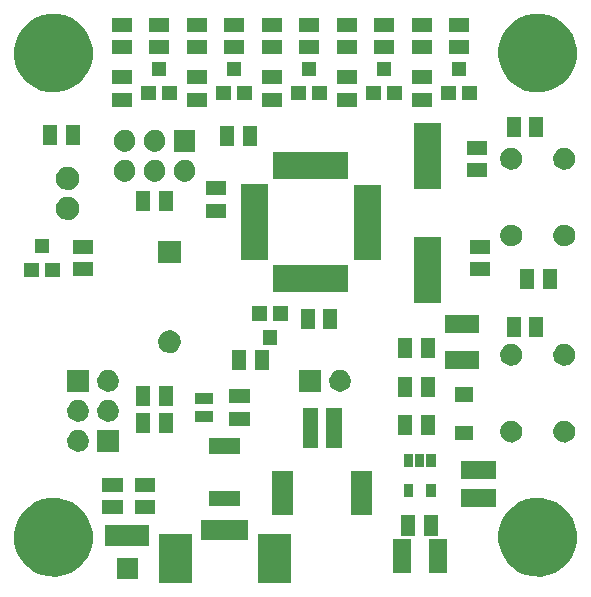
<source format=gts>
G04 (created by PCBNEW (2013-04-19 BZR 4011)-stable) date 22/12/2014 13:34:30*
%MOIN*%
G04 Gerber Fmt 3.4, Leading zero omitted, Abs format*
%FSLAX34Y34*%
G01*
G70*
G90*
G04 APERTURE LIST*
%ADD10C,0*%
G04 APERTURE END LIST*
G54D10*
G36*
X22740Y-24790D02*
X22259Y-24790D01*
X22259Y-24309D01*
X22740Y-24309D01*
X22740Y-24790D01*
X22740Y-24790D01*
G37*
G36*
X23090Y-23990D02*
X22609Y-23990D01*
X22609Y-23509D01*
X23090Y-23509D01*
X23090Y-23990D01*
X23090Y-23990D01*
G37*
G36*
X23360Y-20385D02*
X22889Y-20385D01*
X22889Y-19714D01*
X23360Y-19714D01*
X23360Y-20385D01*
X23360Y-20385D01*
G37*
G36*
X23440Y-24790D02*
X22959Y-24790D01*
X22959Y-24309D01*
X23440Y-24309D01*
X23440Y-24790D01*
X23440Y-24790D01*
G37*
G36*
X24090Y-21463D02*
X24089Y-21547D01*
X24071Y-21625D01*
X24041Y-21692D01*
X23995Y-21757D01*
X23942Y-21808D01*
X23875Y-21850D01*
X23806Y-21877D01*
X23728Y-21891D01*
X23655Y-21889D01*
X23577Y-21872D01*
X23510Y-21843D01*
X23444Y-21797D01*
X23393Y-21744D01*
X23350Y-21677D01*
X23323Y-21609D01*
X23309Y-21531D01*
X23310Y-21457D01*
X23326Y-21379D01*
X23355Y-21312D01*
X23400Y-21246D01*
X23452Y-21195D01*
X23519Y-21151D01*
X23587Y-21124D01*
X23666Y-21109D01*
X23739Y-21109D01*
X23817Y-21126D01*
X23884Y-21154D01*
X23951Y-21199D01*
X24002Y-21250D01*
X24047Y-21317D01*
X24074Y-21384D01*
X24090Y-21463D01*
X24090Y-21463D01*
G37*
G36*
X24090Y-22463D02*
X24089Y-22547D01*
X24071Y-22625D01*
X24041Y-22692D01*
X23995Y-22757D01*
X23942Y-22808D01*
X23875Y-22850D01*
X23806Y-22877D01*
X23728Y-22891D01*
X23655Y-22889D01*
X23577Y-22872D01*
X23510Y-22843D01*
X23444Y-22797D01*
X23393Y-22744D01*
X23350Y-22677D01*
X23323Y-22609D01*
X23309Y-22531D01*
X23310Y-22457D01*
X23326Y-22379D01*
X23355Y-22312D01*
X23400Y-22246D01*
X23452Y-22195D01*
X23519Y-22151D01*
X23587Y-22124D01*
X23666Y-22109D01*
X23739Y-22109D01*
X23817Y-22126D01*
X23884Y-22154D01*
X23951Y-22199D01*
X24002Y-22250D01*
X24047Y-22317D01*
X24074Y-22384D01*
X24090Y-22463D01*
X24090Y-22463D01*
G37*
G36*
X24110Y-20385D02*
X23639Y-20385D01*
X23639Y-19714D01*
X24110Y-19714D01*
X24110Y-20385D01*
X24110Y-20385D01*
G37*
G36*
X24410Y-29216D02*
X24409Y-29293D01*
X24392Y-29365D01*
X24365Y-29427D01*
X24322Y-29487D01*
X24273Y-29534D01*
X24211Y-29573D01*
X24148Y-29598D01*
X24076Y-29610D01*
X24008Y-29609D01*
X23936Y-29593D01*
X23874Y-29566D01*
X23814Y-29524D01*
X23767Y-29476D01*
X23727Y-29413D01*
X23702Y-29351D01*
X23689Y-29278D01*
X23690Y-29211D01*
X23705Y-29138D01*
X23732Y-29077D01*
X23773Y-29016D01*
X23821Y-28969D01*
X23883Y-28928D01*
X23946Y-28903D01*
X24019Y-28889D01*
X24086Y-28889D01*
X24158Y-28904D01*
X24220Y-28930D01*
X24282Y-28972D01*
X24329Y-29019D01*
X24370Y-29081D01*
X24395Y-29143D01*
X24410Y-29216D01*
X24410Y-29216D01*
G37*
G36*
X24410Y-30216D02*
X24409Y-30293D01*
X24392Y-30365D01*
X24365Y-30427D01*
X24322Y-30487D01*
X24273Y-30534D01*
X24211Y-30573D01*
X24148Y-30598D01*
X24076Y-30610D01*
X24008Y-30609D01*
X23936Y-30593D01*
X23874Y-30566D01*
X23814Y-30524D01*
X23767Y-30476D01*
X23727Y-30413D01*
X23702Y-30351D01*
X23689Y-30278D01*
X23690Y-30211D01*
X23705Y-30138D01*
X23732Y-30077D01*
X23773Y-30016D01*
X23821Y-29969D01*
X23883Y-29928D01*
X23946Y-29903D01*
X24019Y-29889D01*
X24086Y-29889D01*
X24158Y-29904D01*
X24220Y-29930D01*
X24282Y-29972D01*
X24329Y-30019D01*
X24370Y-30081D01*
X24395Y-30143D01*
X24410Y-30216D01*
X24410Y-30216D01*
G37*
G36*
X24410Y-28610D02*
X23689Y-28610D01*
X23689Y-27889D01*
X24410Y-27889D01*
X24410Y-28610D01*
X24410Y-28610D01*
G37*
G36*
X24535Y-24010D02*
X23864Y-24010D01*
X23864Y-23539D01*
X24535Y-23539D01*
X24535Y-24010D01*
X24535Y-24010D01*
G37*
G36*
X24535Y-24760D02*
X23864Y-24760D01*
X23864Y-24289D01*
X24535Y-24289D01*
X24535Y-24760D01*
X24535Y-24760D01*
G37*
G36*
X24538Y-17195D02*
X24534Y-17486D01*
X24477Y-17739D01*
X24373Y-17971D01*
X24223Y-18184D01*
X24040Y-18359D01*
X23820Y-18498D01*
X23583Y-18590D01*
X23327Y-18635D01*
X23074Y-18630D01*
X22820Y-18574D01*
X22587Y-18472D01*
X22373Y-18324D01*
X22197Y-18141D01*
X22056Y-17923D01*
X21963Y-17687D01*
X21916Y-17431D01*
X21919Y-17177D01*
X21973Y-16923D01*
X22073Y-16690D01*
X22220Y-16475D01*
X22402Y-16297D01*
X22619Y-16155D01*
X22854Y-16060D01*
X23110Y-16011D01*
X23364Y-16013D01*
X23619Y-16065D01*
X23852Y-16163D01*
X24068Y-16309D01*
X24247Y-16489D01*
X24391Y-16706D01*
X24488Y-16940D01*
X24538Y-17195D01*
X24538Y-17195D01*
G37*
G36*
X24538Y-33337D02*
X24534Y-33628D01*
X24477Y-33881D01*
X24373Y-34113D01*
X24223Y-34325D01*
X24040Y-34501D01*
X23820Y-34640D01*
X23583Y-34732D01*
X23327Y-34777D01*
X23074Y-34771D01*
X22820Y-34716D01*
X22587Y-34614D01*
X22373Y-34466D01*
X22197Y-34283D01*
X22056Y-34064D01*
X21963Y-33829D01*
X21916Y-33573D01*
X21919Y-33319D01*
X21973Y-33064D01*
X22073Y-32831D01*
X22220Y-32616D01*
X22402Y-32439D01*
X22619Y-32297D01*
X22854Y-32202D01*
X23110Y-32153D01*
X23364Y-32155D01*
X23619Y-32207D01*
X23852Y-32305D01*
X24068Y-32451D01*
X24247Y-32631D01*
X24391Y-32848D01*
X24488Y-33082D01*
X24538Y-33337D01*
X24538Y-33337D01*
G37*
G36*
X25410Y-28216D02*
X25409Y-28293D01*
X25392Y-28365D01*
X25365Y-28427D01*
X25322Y-28487D01*
X25273Y-28534D01*
X25211Y-28573D01*
X25148Y-28598D01*
X25076Y-28610D01*
X25008Y-28609D01*
X24936Y-28593D01*
X24874Y-28566D01*
X24814Y-28524D01*
X24767Y-28476D01*
X24727Y-28413D01*
X24702Y-28351D01*
X24689Y-28278D01*
X24690Y-28211D01*
X24705Y-28138D01*
X24732Y-28077D01*
X24773Y-28016D01*
X24821Y-27969D01*
X24883Y-27928D01*
X24946Y-27903D01*
X25019Y-27889D01*
X25086Y-27889D01*
X25158Y-27904D01*
X25220Y-27930D01*
X25282Y-27972D01*
X25329Y-28019D01*
X25370Y-28081D01*
X25395Y-28143D01*
X25410Y-28216D01*
X25410Y-28216D01*
G37*
G36*
X25410Y-29216D02*
X25409Y-29293D01*
X25392Y-29365D01*
X25365Y-29427D01*
X25322Y-29487D01*
X25273Y-29534D01*
X25211Y-29573D01*
X25148Y-29598D01*
X25076Y-29610D01*
X25008Y-29609D01*
X24936Y-29593D01*
X24874Y-29566D01*
X24814Y-29524D01*
X24767Y-29476D01*
X24727Y-29413D01*
X24702Y-29351D01*
X24689Y-29278D01*
X24690Y-29211D01*
X24705Y-29138D01*
X24732Y-29077D01*
X24773Y-29016D01*
X24821Y-28969D01*
X24883Y-28928D01*
X24946Y-28903D01*
X25019Y-28889D01*
X25086Y-28889D01*
X25158Y-28904D01*
X25220Y-28930D01*
X25282Y-28972D01*
X25329Y-29019D01*
X25370Y-29081D01*
X25395Y-29143D01*
X25410Y-29216D01*
X25410Y-29216D01*
G37*
G36*
X25410Y-30610D02*
X24689Y-30610D01*
X24689Y-29889D01*
X25410Y-29889D01*
X25410Y-30610D01*
X25410Y-30610D01*
G37*
G36*
X25532Y-31946D02*
X24861Y-31946D01*
X24861Y-31476D01*
X25532Y-31476D01*
X25532Y-31946D01*
X25532Y-31946D01*
G37*
G36*
X25532Y-32696D02*
X24861Y-32696D01*
X24861Y-32226D01*
X25532Y-32226D01*
X25532Y-32696D01*
X25532Y-32696D01*
G37*
G36*
X25835Y-16610D02*
X25164Y-16610D01*
X25164Y-16139D01*
X25835Y-16139D01*
X25835Y-16610D01*
X25835Y-16610D01*
G37*
G36*
X25835Y-17360D02*
X25164Y-17360D01*
X25164Y-16889D01*
X25835Y-16889D01*
X25835Y-17360D01*
X25835Y-17360D01*
G37*
G36*
X25835Y-18360D02*
X25164Y-18360D01*
X25164Y-17889D01*
X25835Y-17889D01*
X25835Y-18360D01*
X25835Y-18360D01*
G37*
G36*
X25835Y-19110D02*
X25164Y-19110D01*
X25164Y-18639D01*
X25835Y-18639D01*
X25835Y-19110D01*
X25835Y-19110D01*
G37*
G36*
X25960Y-20216D02*
X25959Y-20293D01*
X25942Y-20365D01*
X25915Y-20427D01*
X25872Y-20487D01*
X25823Y-20534D01*
X25761Y-20573D01*
X25698Y-20598D01*
X25626Y-20610D01*
X25558Y-20609D01*
X25486Y-20593D01*
X25424Y-20566D01*
X25364Y-20524D01*
X25317Y-20476D01*
X25277Y-20413D01*
X25252Y-20351D01*
X25239Y-20278D01*
X25240Y-20211D01*
X25255Y-20138D01*
X25282Y-20077D01*
X25323Y-20016D01*
X25371Y-19969D01*
X25433Y-19928D01*
X25496Y-19903D01*
X25569Y-19889D01*
X25636Y-19889D01*
X25708Y-19904D01*
X25770Y-19930D01*
X25832Y-19972D01*
X25879Y-20019D01*
X25920Y-20081D01*
X25945Y-20143D01*
X25960Y-20216D01*
X25960Y-20216D01*
G37*
G36*
X25960Y-21216D02*
X25959Y-21293D01*
X25942Y-21365D01*
X25915Y-21427D01*
X25872Y-21487D01*
X25823Y-21534D01*
X25761Y-21573D01*
X25698Y-21598D01*
X25626Y-21610D01*
X25558Y-21609D01*
X25486Y-21593D01*
X25424Y-21566D01*
X25364Y-21524D01*
X25317Y-21476D01*
X25277Y-21413D01*
X25252Y-21351D01*
X25239Y-21278D01*
X25240Y-21211D01*
X25255Y-21138D01*
X25282Y-21077D01*
X25323Y-21016D01*
X25371Y-20969D01*
X25433Y-20928D01*
X25496Y-20903D01*
X25569Y-20889D01*
X25636Y-20889D01*
X25708Y-20904D01*
X25770Y-20930D01*
X25832Y-20972D01*
X25879Y-21019D01*
X25920Y-21081D01*
X25945Y-21143D01*
X25960Y-21216D01*
X25960Y-21216D01*
G37*
G36*
X26044Y-34863D02*
X25333Y-34863D01*
X25333Y-34152D01*
X26044Y-34152D01*
X26044Y-34863D01*
X26044Y-34863D01*
G37*
G36*
X26418Y-33761D02*
X25694Y-33761D01*
X25691Y-33761D01*
X25686Y-33761D01*
X25683Y-33761D01*
X24959Y-33761D01*
X24959Y-33049D01*
X25683Y-33049D01*
X25686Y-33049D01*
X25691Y-33049D01*
X25694Y-33049D01*
X26418Y-33049D01*
X26418Y-33761D01*
X26418Y-33761D01*
G37*
G36*
X26460Y-22585D02*
X25989Y-22585D01*
X25989Y-21914D01*
X26460Y-21914D01*
X26460Y-22585D01*
X26460Y-22585D01*
G37*
G36*
X26460Y-29085D02*
X25989Y-29085D01*
X25989Y-28414D01*
X26460Y-28414D01*
X26460Y-29085D01*
X26460Y-29085D01*
G37*
G36*
X26460Y-29985D02*
X25989Y-29985D01*
X25989Y-29314D01*
X26460Y-29314D01*
X26460Y-29985D01*
X26460Y-29985D01*
G37*
G36*
X26614Y-31946D02*
X25944Y-31946D01*
X25944Y-31476D01*
X26614Y-31476D01*
X26614Y-31946D01*
X26614Y-31946D01*
G37*
G36*
X26614Y-32696D02*
X25944Y-32696D01*
X25944Y-32226D01*
X26614Y-32226D01*
X26614Y-32696D01*
X26614Y-32696D01*
G37*
G36*
X26640Y-18890D02*
X26159Y-18890D01*
X26159Y-18409D01*
X26640Y-18409D01*
X26640Y-18890D01*
X26640Y-18890D01*
G37*
G36*
X26960Y-20216D02*
X26959Y-20293D01*
X26942Y-20365D01*
X26915Y-20427D01*
X26872Y-20487D01*
X26823Y-20534D01*
X26761Y-20573D01*
X26698Y-20598D01*
X26626Y-20610D01*
X26558Y-20609D01*
X26486Y-20593D01*
X26424Y-20566D01*
X26364Y-20524D01*
X26317Y-20476D01*
X26277Y-20413D01*
X26252Y-20351D01*
X26239Y-20278D01*
X26240Y-20211D01*
X26255Y-20138D01*
X26282Y-20077D01*
X26323Y-20016D01*
X26371Y-19969D01*
X26433Y-19928D01*
X26496Y-19903D01*
X26569Y-19889D01*
X26636Y-19889D01*
X26708Y-19904D01*
X26770Y-19930D01*
X26832Y-19972D01*
X26879Y-20019D01*
X26920Y-20081D01*
X26945Y-20143D01*
X26960Y-20216D01*
X26960Y-20216D01*
G37*
G36*
X26960Y-21216D02*
X26959Y-21293D01*
X26942Y-21365D01*
X26915Y-21427D01*
X26872Y-21487D01*
X26823Y-21534D01*
X26761Y-21573D01*
X26698Y-21598D01*
X26626Y-21610D01*
X26558Y-21609D01*
X26486Y-21593D01*
X26424Y-21566D01*
X26364Y-21524D01*
X26317Y-21476D01*
X26277Y-21413D01*
X26252Y-21351D01*
X26239Y-21278D01*
X26240Y-21211D01*
X26255Y-21138D01*
X26282Y-21077D01*
X26323Y-21016D01*
X26371Y-20969D01*
X26433Y-20928D01*
X26496Y-20903D01*
X26569Y-20889D01*
X26636Y-20889D01*
X26708Y-20904D01*
X26770Y-20930D01*
X26832Y-20972D01*
X26879Y-21019D01*
X26920Y-21081D01*
X26945Y-21143D01*
X26960Y-21216D01*
X26960Y-21216D01*
G37*
G36*
X26990Y-18090D02*
X26509Y-18090D01*
X26509Y-17609D01*
X26990Y-17609D01*
X26990Y-18090D01*
X26990Y-18090D01*
G37*
G36*
X27085Y-16610D02*
X26414Y-16610D01*
X26414Y-16139D01*
X27085Y-16139D01*
X27085Y-16610D01*
X27085Y-16610D01*
G37*
G36*
X27085Y-17360D02*
X26414Y-17360D01*
X26414Y-16889D01*
X27085Y-16889D01*
X27085Y-17360D01*
X27085Y-17360D01*
G37*
G36*
X27210Y-22585D02*
X26739Y-22585D01*
X26739Y-21914D01*
X27210Y-21914D01*
X27210Y-22585D01*
X27210Y-22585D01*
G37*
G36*
X27210Y-29085D02*
X26739Y-29085D01*
X26739Y-28414D01*
X27210Y-28414D01*
X27210Y-29085D01*
X27210Y-29085D01*
G37*
G36*
X27210Y-29985D02*
X26739Y-29985D01*
X26739Y-29314D01*
X27210Y-29314D01*
X27210Y-29985D01*
X27210Y-29985D01*
G37*
G36*
X27340Y-18890D02*
X26859Y-18890D01*
X26859Y-18409D01*
X27340Y-18409D01*
X27340Y-18890D01*
X27340Y-18890D01*
G37*
G36*
X27475Y-26910D02*
X27474Y-26991D01*
X27457Y-27066D01*
X27428Y-27130D01*
X27384Y-27193D01*
X27333Y-27242D01*
X27268Y-27283D01*
X27202Y-27308D01*
X27127Y-27322D01*
X27056Y-27320D01*
X26982Y-27304D01*
X26917Y-27275D01*
X26854Y-27232D01*
X26805Y-27181D01*
X26763Y-27116D01*
X26738Y-27051D01*
X26724Y-26975D01*
X26725Y-26905D01*
X26741Y-26830D01*
X26768Y-26765D01*
X26812Y-26702D01*
X26862Y-26653D01*
X26926Y-26611D01*
X26991Y-26584D01*
X27067Y-26570D01*
X27137Y-26570D01*
X27213Y-26586D01*
X27277Y-26613D01*
X27341Y-26656D01*
X27390Y-26706D01*
X27433Y-26770D01*
X27460Y-26835D01*
X27475Y-26910D01*
X27475Y-26910D01*
G37*
G36*
X27475Y-24329D02*
X26724Y-24329D01*
X26724Y-23578D01*
X27475Y-23578D01*
X27475Y-24329D01*
X27475Y-24329D01*
G37*
G36*
X27835Y-34981D02*
X26730Y-34981D01*
X26730Y-33364D01*
X27835Y-33364D01*
X27835Y-34981D01*
X27835Y-34981D01*
G37*
G36*
X27960Y-21216D02*
X27959Y-21293D01*
X27942Y-21365D01*
X27915Y-21427D01*
X27872Y-21487D01*
X27823Y-21534D01*
X27761Y-21573D01*
X27698Y-21598D01*
X27626Y-21610D01*
X27558Y-21609D01*
X27486Y-21593D01*
X27424Y-21566D01*
X27364Y-21524D01*
X27317Y-21476D01*
X27277Y-21413D01*
X27252Y-21351D01*
X27239Y-21278D01*
X27240Y-21211D01*
X27255Y-21138D01*
X27282Y-21077D01*
X27323Y-21016D01*
X27371Y-20969D01*
X27433Y-20928D01*
X27496Y-20903D01*
X27569Y-20889D01*
X27636Y-20889D01*
X27708Y-20904D01*
X27770Y-20930D01*
X27832Y-20972D01*
X27879Y-21019D01*
X27920Y-21081D01*
X27945Y-21143D01*
X27960Y-21216D01*
X27960Y-21216D01*
G37*
G36*
X27960Y-20610D02*
X27239Y-20610D01*
X27239Y-19889D01*
X27960Y-19889D01*
X27960Y-20610D01*
X27960Y-20610D01*
G37*
G36*
X28335Y-16610D02*
X27664Y-16610D01*
X27664Y-16139D01*
X28335Y-16139D01*
X28335Y-16610D01*
X28335Y-16610D01*
G37*
G36*
X28335Y-17360D02*
X27664Y-17360D01*
X27664Y-16889D01*
X28335Y-16889D01*
X28335Y-17360D01*
X28335Y-17360D01*
G37*
G36*
X28335Y-18360D02*
X27664Y-18360D01*
X27664Y-17889D01*
X28335Y-17889D01*
X28335Y-18360D01*
X28335Y-18360D01*
G37*
G36*
X28335Y-19110D02*
X27664Y-19110D01*
X27664Y-18639D01*
X28335Y-18639D01*
X28335Y-19110D01*
X28335Y-19110D01*
G37*
G36*
X28533Y-29019D02*
X27962Y-29019D01*
X27962Y-28648D01*
X28533Y-28648D01*
X28533Y-29019D01*
X28533Y-29019D01*
G37*
G36*
X28533Y-29619D02*
X27962Y-29619D01*
X27962Y-29248D01*
X28533Y-29248D01*
X28533Y-29619D01*
X28533Y-29619D01*
G37*
G36*
X28985Y-22060D02*
X28314Y-22060D01*
X28314Y-21589D01*
X28985Y-21589D01*
X28985Y-22060D01*
X28985Y-22060D01*
G37*
G36*
X28985Y-22810D02*
X28314Y-22810D01*
X28314Y-22339D01*
X28985Y-22339D01*
X28985Y-22810D01*
X28985Y-22810D01*
G37*
G36*
X29140Y-18890D02*
X28659Y-18890D01*
X28659Y-18409D01*
X29140Y-18409D01*
X29140Y-18890D01*
X29140Y-18890D01*
G37*
G36*
X29260Y-20435D02*
X28789Y-20435D01*
X28789Y-19764D01*
X29260Y-19764D01*
X29260Y-20435D01*
X29260Y-20435D01*
G37*
G36*
X29450Y-30681D02*
X29273Y-30681D01*
X29266Y-30681D01*
X29207Y-30681D01*
X29200Y-30681D01*
X29073Y-30681D01*
X29066Y-30681D01*
X29007Y-30681D01*
X29000Y-30681D01*
X28873Y-30681D01*
X28866Y-30681D01*
X28807Y-30681D01*
X28800Y-30681D01*
X28673Y-30681D01*
X28666Y-30681D01*
X28607Y-30681D01*
X28600Y-30681D01*
X28423Y-30681D01*
X28423Y-30166D01*
X28600Y-30166D01*
X28607Y-30166D01*
X28666Y-30166D01*
X28673Y-30166D01*
X28800Y-30166D01*
X28807Y-30166D01*
X28866Y-30166D01*
X28873Y-30166D01*
X29000Y-30166D01*
X29007Y-30166D01*
X29066Y-30166D01*
X29073Y-30166D01*
X29200Y-30166D01*
X29207Y-30166D01*
X29266Y-30166D01*
X29273Y-30166D01*
X29450Y-30166D01*
X29450Y-30681D01*
X29450Y-30681D01*
G37*
G36*
X29450Y-32431D02*
X29273Y-32431D01*
X29266Y-32431D01*
X29207Y-32431D01*
X29200Y-32431D01*
X29073Y-32431D01*
X29066Y-32431D01*
X29007Y-32431D01*
X29000Y-32431D01*
X28873Y-32431D01*
X28866Y-32431D01*
X28807Y-32431D01*
X28800Y-32431D01*
X28673Y-32431D01*
X28666Y-32431D01*
X28607Y-32431D01*
X28600Y-32431D01*
X28423Y-32431D01*
X28423Y-31916D01*
X28600Y-31916D01*
X28607Y-31916D01*
X28666Y-31916D01*
X28673Y-31916D01*
X28800Y-31916D01*
X28807Y-31916D01*
X28866Y-31916D01*
X28873Y-31916D01*
X29000Y-31916D01*
X29007Y-31916D01*
X29066Y-31916D01*
X29073Y-31916D01*
X29200Y-31916D01*
X29207Y-31916D01*
X29266Y-31916D01*
X29273Y-31916D01*
X29450Y-31916D01*
X29450Y-32431D01*
X29450Y-32431D01*
G37*
G36*
X29490Y-18090D02*
X29009Y-18090D01*
X29009Y-17609D01*
X29490Y-17609D01*
X29490Y-18090D01*
X29490Y-18090D01*
G37*
G36*
X29585Y-16610D02*
X28914Y-16610D01*
X28914Y-16139D01*
X29585Y-16139D01*
X29585Y-16610D01*
X29585Y-16610D01*
G37*
G36*
X29585Y-17360D02*
X28914Y-17360D01*
X28914Y-16889D01*
X29585Y-16889D01*
X29585Y-17360D01*
X29585Y-17360D01*
G37*
G36*
X29660Y-27885D02*
X29189Y-27885D01*
X29189Y-27214D01*
X29660Y-27214D01*
X29660Y-27885D01*
X29660Y-27885D01*
G37*
G36*
X29725Y-33563D02*
X29434Y-33563D01*
X29426Y-33563D01*
X29392Y-33563D01*
X29384Y-33563D01*
X29119Y-33563D01*
X29111Y-33563D01*
X29077Y-33563D01*
X29069Y-33563D01*
X28804Y-33563D01*
X28796Y-33563D01*
X28762Y-33563D01*
X28754Y-33563D01*
X28489Y-33563D01*
X28481Y-33563D01*
X28447Y-33563D01*
X28439Y-33563D01*
X28148Y-33563D01*
X28148Y-32892D01*
X28439Y-32892D01*
X28447Y-32892D01*
X28481Y-32892D01*
X28489Y-32892D01*
X28754Y-32892D01*
X28762Y-32892D01*
X28796Y-32892D01*
X28804Y-32892D01*
X29069Y-32892D01*
X29077Y-32892D01*
X29111Y-32892D01*
X29119Y-32892D01*
X29384Y-32892D01*
X29392Y-32892D01*
X29426Y-32892D01*
X29434Y-32892D01*
X29725Y-32892D01*
X29725Y-33563D01*
X29725Y-33563D01*
G37*
G36*
X29764Y-28994D02*
X29093Y-28994D01*
X29093Y-28523D01*
X29764Y-28523D01*
X29764Y-28994D01*
X29764Y-28994D01*
G37*
G36*
X29764Y-29744D02*
X29093Y-29744D01*
X29093Y-29273D01*
X29764Y-29273D01*
X29764Y-29744D01*
X29764Y-29744D01*
G37*
G36*
X29840Y-18890D02*
X29359Y-18890D01*
X29359Y-18409D01*
X29840Y-18409D01*
X29840Y-18890D01*
X29840Y-18890D01*
G37*
G36*
X30010Y-20435D02*
X29539Y-20435D01*
X29539Y-19764D01*
X30010Y-19764D01*
X30010Y-20435D01*
X30010Y-20435D01*
G37*
G36*
X30340Y-26240D02*
X29859Y-26240D01*
X29859Y-25759D01*
X30340Y-25759D01*
X30340Y-26240D01*
X30340Y-26240D01*
G37*
G36*
X30383Y-24208D02*
X29476Y-24208D01*
X29476Y-23922D01*
X29476Y-23914D01*
X29476Y-23895D01*
X29476Y-23887D01*
X29476Y-23602D01*
X29476Y-23594D01*
X29476Y-23585D01*
X29476Y-23577D01*
X29476Y-23292D01*
X29476Y-23284D01*
X29476Y-23265D01*
X29476Y-23257D01*
X29476Y-22972D01*
X29476Y-22964D01*
X29476Y-22955D01*
X29476Y-22947D01*
X29476Y-22662D01*
X29476Y-22654D01*
X29476Y-22635D01*
X29476Y-22627D01*
X29476Y-22342D01*
X29476Y-22334D01*
X29476Y-22325D01*
X29476Y-22317D01*
X29476Y-22022D01*
X29476Y-22014D01*
X29476Y-22005D01*
X29476Y-21997D01*
X29476Y-21701D01*
X30383Y-21701D01*
X30383Y-21997D01*
X30383Y-22005D01*
X30383Y-22014D01*
X30383Y-22022D01*
X30383Y-22317D01*
X30383Y-22325D01*
X30383Y-22334D01*
X30383Y-22342D01*
X30383Y-22627D01*
X30383Y-22635D01*
X30383Y-22654D01*
X30383Y-22662D01*
X30383Y-22947D01*
X30383Y-22955D01*
X30383Y-22964D01*
X30383Y-22972D01*
X30383Y-23257D01*
X30383Y-23265D01*
X30383Y-23284D01*
X30383Y-23292D01*
X30383Y-23577D01*
X30383Y-23585D01*
X30383Y-23594D01*
X30383Y-23602D01*
X30383Y-23887D01*
X30383Y-23895D01*
X30383Y-23914D01*
X30383Y-23922D01*
X30383Y-24208D01*
X30383Y-24208D01*
G37*
G36*
X30410Y-27885D02*
X29939Y-27885D01*
X29939Y-27214D01*
X30410Y-27214D01*
X30410Y-27885D01*
X30410Y-27885D01*
G37*
G36*
X30690Y-27040D02*
X30209Y-27040D01*
X30209Y-26559D01*
X30690Y-26559D01*
X30690Y-27040D01*
X30690Y-27040D01*
G37*
G36*
X30835Y-16610D02*
X30164Y-16610D01*
X30164Y-16139D01*
X30835Y-16139D01*
X30835Y-16610D01*
X30835Y-16610D01*
G37*
G36*
X30835Y-17360D02*
X30164Y-17360D01*
X30164Y-16889D01*
X30835Y-16889D01*
X30835Y-17360D01*
X30835Y-17360D01*
G37*
G36*
X30835Y-18360D02*
X30164Y-18360D01*
X30164Y-17889D01*
X30835Y-17889D01*
X30835Y-18360D01*
X30835Y-18360D01*
G37*
G36*
X30835Y-19110D02*
X30164Y-19110D01*
X30164Y-18639D01*
X30835Y-18639D01*
X30835Y-19110D01*
X30835Y-19110D01*
G37*
G36*
X31040Y-26240D02*
X30559Y-26240D01*
X30559Y-25759D01*
X31040Y-25759D01*
X31040Y-26240D01*
X31040Y-26240D01*
G37*
G36*
X31143Y-34981D02*
X30038Y-34981D01*
X30038Y-33364D01*
X31143Y-33364D01*
X31143Y-34981D01*
X31143Y-34981D01*
G37*
G36*
X31221Y-32717D02*
X30510Y-32717D01*
X30510Y-31258D01*
X31221Y-31258D01*
X31221Y-32717D01*
X31221Y-32717D01*
G37*
G36*
X31640Y-18890D02*
X31159Y-18890D01*
X31159Y-18409D01*
X31640Y-18409D01*
X31640Y-18890D01*
X31640Y-18890D01*
G37*
G36*
X31946Y-26516D02*
X31476Y-26516D01*
X31476Y-25845D01*
X31946Y-25845D01*
X31946Y-26516D01*
X31946Y-26516D01*
G37*
G36*
X31990Y-18090D02*
X31509Y-18090D01*
X31509Y-17609D01*
X31990Y-17609D01*
X31990Y-18090D01*
X31990Y-18090D01*
G37*
G36*
X32048Y-30473D02*
X31534Y-30473D01*
X31534Y-29171D01*
X32048Y-29171D01*
X32048Y-30473D01*
X32048Y-30473D01*
G37*
G36*
X32085Y-16610D02*
X31414Y-16610D01*
X31414Y-16139D01*
X32085Y-16139D01*
X32085Y-16610D01*
X32085Y-16610D01*
G37*
G36*
X32085Y-17360D02*
X31414Y-17360D01*
X31414Y-16889D01*
X32085Y-16889D01*
X32085Y-17360D01*
X32085Y-17360D01*
G37*
G36*
X32143Y-28608D02*
X31423Y-28608D01*
X31423Y-27887D01*
X32143Y-27887D01*
X32143Y-28608D01*
X32143Y-28608D01*
G37*
G36*
X32340Y-18890D02*
X31859Y-18890D01*
X31859Y-18409D01*
X32340Y-18409D01*
X32340Y-18890D01*
X32340Y-18890D01*
G37*
G36*
X32696Y-26516D02*
X32226Y-26516D01*
X32226Y-25845D01*
X32696Y-25845D01*
X32696Y-26516D01*
X32696Y-26516D01*
G37*
G36*
X32835Y-30473D02*
X32321Y-30473D01*
X32321Y-29171D01*
X32835Y-29171D01*
X32835Y-30473D01*
X32835Y-30473D01*
G37*
G36*
X33058Y-21523D02*
X32772Y-21523D01*
X32764Y-21523D01*
X32745Y-21523D01*
X32737Y-21523D01*
X32452Y-21523D01*
X32444Y-21523D01*
X32435Y-21523D01*
X32427Y-21523D01*
X32142Y-21523D01*
X32134Y-21523D01*
X32115Y-21523D01*
X32107Y-21523D01*
X31832Y-21523D01*
X31824Y-21523D01*
X31805Y-21523D01*
X31797Y-21523D01*
X31512Y-21523D01*
X31504Y-21523D01*
X31495Y-21523D01*
X31487Y-21523D01*
X31192Y-21523D01*
X31184Y-21523D01*
X31175Y-21523D01*
X31167Y-21523D01*
X30872Y-21523D01*
X30864Y-21523D01*
X30855Y-21523D01*
X30847Y-21523D01*
X30551Y-21523D01*
X30551Y-20616D01*
X30847Y-20616D01*
X30855Y-20616D01*
X30864Y-20616D01*
X30872Y-20616D01*
X31167Y-20616D01*
X31175Y-20616D01*
X31184Y-20616D01*
X31192Y-20616D01*
X31487Y-20616D01*
X31495Y-20616D01*
X31504Y-20616D01*
X31512Y-20616D01*
X31797Y-20616D01*
X31805Y-20616D01*
X31824Y-20616D01*
X31832Y-20616D01*
X32107Y-20616D01*
X32115Y-20616D01*
X32134Y-20616D01*
X32142Y-20616D01*
X32427Y-20616D01*
X32435Y-20616D01*
X32444Y-20616D01*
X32452Y-20616D01*
X32737Y-20616D01*
X32745Y-20616D01*
X32764Y-20616D01*
X32772Y-20616D01*
X33058Y-20616D01*
X33058Y-21523D01*
X33058Y-21523D01*
G37*
G36*
X33060Y-25303D02*
X32770Y-25303D01*
X32762Y-25303D01*
X32747Y-25303D01*
X32739Y-25303D01*
X32454Y-25303D01*
X32446Y-25303D01*
X32433Y-25303D01*
X32425Y-25303D01*
X32140Y-25303D01*
X32132Y-25303D01*
X32117Y-25303D01*
X32109Y-25303D01*
X31824Y-25303D01*
X31816Y-25303D01*
X31803Y-25303D01*
X31795Y-25303D01*
X31510Y-25303D01*
X31502Y-25303D01*
X31487Y-25303D01*
X31479Y-25303D01*
X31194Y-25303D01*
X31186Y-25303D01*
X31173Y-25303D01*
X31165Y-25303D01*
X30880Y-25303D01*
X30872Y-25303D01*
X30857Y-25303D01*
X30849Y-25303D01*
X30559Y-25303D01*
X30559Y-24396D01*
X30849Y-24396D01*
X30857Y-24396D01*
X30872Y-24396D01*
X30880Y-24396D01*
X31165Y-24396D01*
X31173Y-24396D01*
X31186Y-24396D01*
X31194Y-24396D01*
X31479Y-24396D01*
X31487Y-24396D01*
X31502Y-24396D01*
X31510Y-24396D01*
X31795Y-24396D01*
X31803Y-24396D01*
X31816Y-24396D01*
X31824Y-24396D01*
X32109Y-24396D01*
X32117Y-24396D01*
X32132Y-24396D01*
X32140Y-24396D01*
X32425Y-24396D01*
X32433Y-24396D01*
X32446Y-24396D01*
X32454Y-24396D01*
X32739Y-24396D01*
X32747Y-24396D01*
X32762Y-24396D01*
X32770Y-24396D01*
X33060Y-24396D01*
X33060Y-25303D01*
X33060Y-25303D01*
G37*
G36*
X33143Y-28214D02*
X33142Y-28291D01*
X33126Y-28363D01*
X33098Y-28425D01*
X33056Y-28485D01*
X33007Y-28532D01*
X32945Y-28571D01*
X32882Y-28596D01*
X32809Y-28608D01*
X32742Y-28607D01*
X32670Y-28591D01*
X32608Y-28564D01*
X32547Y-28522D01*
X32500Y-28474D01*
X32460Y-28411D01*
X32436Y-28349D01*
X32422Y-28276D01*
X32423Y-28209D01*
X32439Y-28136D01*
X32465Y-28075D01*
X32507Y-28014D01*
X32555Y-27967D01*
X32617Y-27926D01*
X32679Y-27901D01*
X32752Y-27887D01*
X32819Y-27887D01*
X32892Y-27902D01*
X32953Y-27928D01*
X33015Y-27970D01*
X33062Y-28017D01*
X33103Y-28079D01*
X33129Y-28141D01*
X33143Y-28214D01*
X33143Y-28214D01*
G37*
G36*
X33335Y-16610D02*
X32664Y-16610D01*
X32664Y-16139D01*
X33335Y-16139D01*
X33335Y-16610D01*
X33335Y-16610D01*
G37*
G36*
X33335Y-17360D02*
X32664Y-17360D01*
X32664Y-16889D01*
X33335Y-16889D01*
X33335Y-17360D01*
X33335Y-17360D01*
G37*
G36*
X33335Y-18360D02*
X32664Y-18360D01*
X32664Y-17889D01*
X33335Y-17889D01*
X33335Y-18360D01*
X33335Y-18360D01*
G37*
G36*
X33335Y-19110D02*
X32664Y-19110D01*
X32664Y-18639D01*
X33335Y-18639D01*
X33335Y-19110D01*
X33335Y-19110D01*
G37*
G36*
X33859Y-32717D02*
X33148Y-32717D01*
X33148Y-31258D01*
X33859Y-31258D01*
X33859Y-32717D01*
X33859Y-32717D01*
G37*
G36*
X34140Y-18890D02*
X33659Y-18890D01*
X33659Y-18409D01*
X34140Y-18409D01*
X34140Y-18890D01*
X34140Y-18890D01*
G37*
G36*
X34149Y-24210D02*
X33242Y-24210D01*
X33242Y-23919D01*
X33242Y-23911D01*
X33242Y-23897D01*
X33242Y-23889D01*
X33242Y-23604D01*
X33242Y-23596D01*
X33242Y-23582D01*
X33242Y-23574D01*
X33242Y-23289D01*
X33242Y-23281D01*
X33242Y-23267D01*
X33242Y-23259D01*
X33242Y-22974D01*
X33242Y-22966D01*
X33242Y-22952D01*
X33242Y-22944D01*
X33242Y-22659D01*
X33242Y-22651D01*
X33242Y-22637D01*
X33242Y-22629D01*
X33242Y-22344D01*
X33242Y-22336D01*
X33242Y-22322D01*
X33242Y-22314D01*
X33242Y-22029D01*
X33242Y-22021D01*
X33242Y-22007D01*
X33242Y-21999D01*
X33242Y-21708D01*
X34149Y-21708D01*
X34149Y-21999D01*
X34149Y-22007D01*
X34149Y-22021D01*
X34149Y-22029D01*
X34149Y-22314D01*
X34149Y-22322D01*
X34149Y-22336D01*
X34149Y-22344D01*
X34149Y-22629D01*
X34149Y-22637D01*
X34149Y-22651D01*
X34149Y-22659D01*
X34149Y-22944D01*
X34149Y-22952D01*
X34149Y-22966D01*
X34149Y-22974D01*
X34149Y-23259D01*
X34149Y-23267D01*
X34149Y-23281D01*
X34149Y-23289D01*
X34149Y-23574D01*
X34149Y-23582D01*
X34149Y-23596D01*
X34149Y-23604D01*
X34149Y-23889D01*
X34149Y-23897D01*
X34149Y-23911D01*
X34149Y-23919D01*
X34149Y-24210D01*
X34149Y-24210D01*
G37*
G36*
X34490Y-18090D02*
X34009Y-18090D01*
X34009Y-17609D01*
X34490Y-17609D01*
X34490Y-18090D01*
X34490Y-18090D01*
G37*
G36*
X34585Y-16610D02*
X33914Y-16610D01*
X33914Y-16139D01*
X34585Y-16139D01*
X34585Y-16610D01*
X34585Y-16610D01*
G37*
G36*
X34585Y-17360D02*
X33914Y-17360D01*
X33914Y-16889D01*
X34585Y-16889D01*
X34585Y-17360D01*
X34585Y-17360D01*
G37*
G36*
X34840Y-18890D02*
X34359Y-18890D01*
X34359Y-18409D01*
X34840Y-18409D01*
X34840Y-18890D01*
X34840Y-18890D01*
G37*
G36*
X35151Y-34650D02*
X34530Y-34650D01*
X34530Y-33530D01*
X35151Y-33530D01*
X35151Y-34650D01*
X35151Y-34650D01*
G37*
G36*
X35195Y-27500D02*
X34724Y-27500D01*
X34724Y-26829D01*
X35195Y-26829D01*
X35195Y-27500D01*
X35195Y-27500D01*
G37*
G36*
X35195Y-28780D02*
X34724Y-28780D01*
X34724Y-28109D01*
X35195Y-28109D01*
X35195Y-28780D01*
X35195Y-28780D01*
G37*
G36*
X35195Y-30059D02*
X34724Y-30059D01*
X34724Y-29389D01*
X35195Y-29389D01*
X35195Y-30059D01*
X35195Y-30059D01*
G37*
G36*
X35218Y-31108D02*
X34897Y-31108D01*
X34897Y-30687D01*
X35218Y-30687D01*
X35218Y-31108D01*
X35218Y-31108D01*
G37*
G36*
X35218Y-32108D02*
X34897Y-32108D01*
X34897Y-31687D01*
X35218Y-31687D01*
X35218Y-32108D01*
X35218Y-32108D01*
G37*
G36*
X35293Y-33406D02*
X34822Y-33406D01*
X34822Y-32735D01*
X35293Y-32735D01*
X35293Y-33406D01*
X35293Y-33406D01*
G37*
G36*
X35593Y-31108D02*
X35272Y-31108D01*
X35272Y-30687D01*
X35593Y-30687D01*
X35593Y-31108D01*
X35593Y-31108D01*
G37*
G36*
X35835Y-16610D02*
X35164Y-16610D01*
X35164Y-16139D01*
X35835Y-16139D01*
X35835Y-16610D01*
X35835Y-16610D01*
G37*
G36*
X35835Y-17360D02*
X35164Y-17360D01*
X35164Y-16889D01*
X35835Y-16889D01*
X35835Y-17360D01*
X35835Y-17360D01*
G37*
G36*
X35835Y-18360D02*
X35164Y-18360D01*
X35164Y-17889D01*
X35835Y-17889D01*
X35835Y-18360D01*
X35835Y-18360D01*
G37*
G36*
X35835Y-19110D02*
X35164Y-19110D01*
X35164Y-18639D01*
X35835Y-18639D01*
X35835Y-19110D01*
X35835Y-19110D01*
G37*
G36*
X35945Y-27500D02*
X35474Y-27500D01*
X35474Y-26829D01*
X35945Y-26829D01*
X35945Y-27500D01*
X35945Y-27500D01*
G37*
G36*
X35945Y-28780D02*
X35474Y-28780D01*
X35474Y-28109D01*
X35945Y-28109D01*
X35945Y-28780D01*
X35945Y-28780D01*
G37*
G36*
X35945Y-30059D02*
X35474Y-30059D01*
X35474Y-29389D01*
X35945Y-29389D01*
X35945Y-30059D01*
X35945Y-30059D01*
G37*
G36*
X35968Y-31108D02*
X35647Y-31108D01*
X35647Y-30687D01*
X35968Y-30687D01*
X35968Y-31108D01*
X35968Y-31108D01*
G37*
G36*
X35968Y-32108D02*
X35647Y-32108D01*
X35647Y-31687D01*
X35968Y-31687D01*
X35968Y-32108D01*
X35968Y-32108D01*
G37*
G36*
X36043Y-33406D02*
X35572Y-33406D01*
X35572Y-32735D01*
X36043Y-32735D01*
X36043Y-33406D01*
X36043Y-33406D01*
G37*
G36*
X36140Y-21860D02*
X35259Y-21860D01*
X35259Y-19639D01*
X36140Y-19639D01*
X36140Y-21860D01*
X36140Y-21860D01*
G37*
G36*
X36140Y-25660D02*
X35259Y-25660D01*
X35259Y-23439D01*
X36140Y-23439D01*
X36140Y-25660D01*
X36140Y-25660D01*
G37*
G36*
X36351Y-34650D02*
X35730Y-34650D01*
X35730Y-33530D01*
X36351Y-33530D01*
X36351Y-34650D01*
X36351Y-34650D01*
G37*
G36*
X36640Y-18890D02*
X36159Y-18890D01*
X36159Y-18409D01*
X36640Y-18409D01*
X36640Y-18890D01*
X36640Y-18890D01*
G37*
G36*
X36990Y-18090D02*
X36509Y-18090D01*
X36509Y-17609D01*
X36990Y-17609D01*
X36990Y-18090D01*
X36990Y-18090D01*
G37*
G36*
X37085Y-16610D02*
X36414Y-16610D01*
X36414Y-16139D01*
X37085Y-16139D01*
X37085Y-16610D01*
X37085Y-16610D01*
G37*
G36*
X37085Y-17360D02*
X36414Y-17360D01*
X36414Y-16889D01*
X37085Y-16889D01*
X37085Y-17360D01*
X37085Y-17360D01*
G37*
G36*
X37200Y-28945D02*
X36599Y-28945D01*
X36599Y-28466D01*
X37200Y-28466D01*
X37200Y-28945D01*
X37200Y-28945D01*
G37*
G36*
X37200Y-30233D02*
X36599Y-30233D01*
X36599Y-29754D01*
X37200Y-29754D01*
X37200Y-30233D01*
X37200Y-30233D01*
G37*
G36*
X37340Y-18890D02*
X36859Y-18890D01*
X36859Y-18409D01*
X37340Y-18409D01*
X37340Y-18890D01*
X37340Y-18890D01*
G37*
G36*
X37410Y-26660D02*
X36289Y-26660D01*
X36289Y-26039D01*
X37410Y-26039D01*
X37410Y-26660D01*
X37410Y-26660D01*
G37*
G36*
X37410Y-27860D02*
X36289Y-27860D01*
X36289Y-27239D01*
X37410Y-27239D01*
X37410Y-27860D01*
X37410Y-27860D01*
G37*
G36*
X37685Y-20710D02*
X37014Y-20710D01*
X37014Y-20239D01*
X37685Y-20239D01*
X37685Y-20710D01*
X37685Y-20710D01*
G37*
G36*
X37685Y-21460D02*
X37014Y-21460D01*
X37014Y-20989D01*
X37685Y-20989D01*
X37685Y-21460D01*
X37685Y-21460D01*
G37*
G36*
X37785Y-24010D02*
X37114Y-24010D01*
X37114Y-23539D01*
X37785Y-23539D01*
X37785Y-24010D01*
X37785Y-24010D01*
G37*
G36*
X37785Y-24760D02*
X37114Y-24760D01*
X37114Y-24289D01*
X37785Y-24289D01*
X37785Y-24760D01*
X37785Y-24760D01*
G37*
G36*
X37993Y-31517D02*
X36809Y-31517D01*
X36809Y-30923D01*
X37993Y-30923D01*
X37993Y-31517D01*
X37993Y-31517D01*
G37*
G36*
X37993Y-32461D02*
X36809Y-32461D01*
X36809Y-31868D01*
X37993Y-31868D01*
X37993Y-32461D01*
X37993Y-32461D01*
G37*
G36*
X38810Y-20135D02*
X38339Y-20135D01*
X38339Y-19464D01*
X38810Y-19464D01*
X38810Y-20135D01*
X38810Y-20135D01*
G37*
G36*
X38810Y-26785D02*
X38339Y-26785D01*
X38339Y-26114D01*
X38810Y-26114D01*
X38810Y-26785D01*
X38810Y-26785D01*
G37*
G36*
X38849Y-20811D02*
X38848Y-20890D01*
X38831Y-20963D01*
X38803Y-21025D01*
X38760Y-21086D01*
X38711Y-21134D01*
X38648Y-21174D01*
X38584Y-21198D01*
X38510Y-21211D01*
X38442Y-21210D01*
X38369Y-21194D01*
X38306Y-21167D01*
X38245Y-21124D01*
X38197Y-21075D01*
X38156Y-21012D01*
X38131Y-20948D01*
X38118Y-20875D01*
X38119Y-20806D01*
X38134Y-20733D01*
X38161Y-20670D01*
X38204Y-20608D01*
X38252Y-20561D01*
X38315Y-20519D01*
X38378Y-20494D01*
X38452Y-20480D01*
X38520Y-20480D01*
X38594Y-20495D01*
X38656Y-20522D01*
X38719Y-20564D01*
X38767Y-20612D01*
X38808Y-20675D01*
X38834Y-20738D01*
X38849Y-20811D01*
X38849Y-20811D01*
G37*
G36*
X38849Y-23371D02*
X38848Y-23450D01*
X38831Y-23523D01*
X38803Y-23585D01*
X38760Y-23646D01*
X38711Y-23694D01*
X38648Y-23734D01*
X38584Y-23758D01*
X38510Y-23771D01*
X38442Y-23770D01*
X38369Y-23754D01*
X38306Y-23727D01*
X38245Y-23684D01*
X38197Y-23635D01*
X38156Y-23572D01*
X38131Y-23508D01*
X38118Y-23435D01*
X38119Y-23366D01*
X38134Y-23293D01*
X38161Y-23230D01*
X38204Y-23168D01*
X38252Y-23121D01*
X38315Y-23079D01*
X38378Y-23054D01*
X38452Y-23040D01*
X38520Y-23040D01*
X38594Y-23055D01*
X38656Y-23082D01*
X38719Y-23124D01*
X38767Y-23172D01*
X38808Y-23235D01*
X38834Y-23298D01*
X38849Y-23371D01*
X38849Y-23371D01*
G37*
G36*
X38849Y-27347D02*
X38848Y-27426D01*
X38831Y-27498D01*
X38803Y-27561D01*
X38760Y-27622D01*
X38711Y-27669D01*
X38648Y-27709D01*
X38584Y-27734D01*
X38510Y-27747D01*
X38442Y-27745D01*
X38369Y-27729D01*
X38306Y-27702D01*
X38245Y-27659D01*
X38197Y-27610D01*
X38156Y-27547D01*
X38131Y-27484D01*
X38118Y-27410D01*
X38119Y-27342D01*
X38134Y-27268D01*
X38161Y-27206D01*
X38204Y-27144D01*
X38252Y-27096D01*
X38315Y-27055D01*
X38378Y-27029D01*
X38452Y-27015D01*
X38520Y-27016D01*
X38594Y-27031D01*
X38656Y-27057D01*
X38719Y-27099D01*
X38767Y-27148D01*
X38808Y-27210D01*
X38834Y-27273D01*
X38849Y-27347D01*
X38849Y-27347D01*
G37*
G36*
X38849Y-29907D02*
X38848Y-29986D01*
X38831Y-30058D01*
X38803Y-30121D01*
X38760Y-30182D01*
X38711Y-30229D01*
X38648Y-30269D01*
X38584Y-30294D01*
X38510Y-30307D01*
X38442Y-30305D01*
X38369Y-30289D01*
X38306Y-30262D01*
X38245Y-30219D01*
X38197Y-30170D01*
X38156Y-30107D01*
X38131Y-30044D01*
X38118Y-29970D01*
X38119Y-29902D01*
X38134Y-29828D01*
X38161Y-29766D01*
X38204Y-29704D01*
X38252Y-29656D01*
X38315Y-29615D01*
X38378Y-29589D01*
X38452Y-29575D01*
X38520Y-29576D01*
X38594Y-29591D01*
X38656Y-29617D01*
X38719Y-29659D01*
X38767Y-29708D01*
X38808Y-29770D01*
X38834Y-29833D01*
X38849Y-29907D01*
X38849Y-29907D01*
G37*
G36*
X39260Y-25185D02*
X38789Y-25185D01*
X38789Y-24514D01*
X39260Y-24514D01*
X39260Y-25185D01*
X39260Y-25185D01*
G37*
G36*
X39560Y-20135D02*
X39089Y-20135D01*
X39089Y-19464D01*
X39560Y-19464D01*
X39560Y-20135D01*
X39560Y-20135D01*
G37*
G36*
X39560Y-26785D02*
X39089Y-26785D01*
X39089Y-26114D01*
X39560Y-26114D01*
X39560Y-26785D01*
X39560Y-26785D01*
G37*
G36*
X40010Y-25185D02*
X39539Y-25185D01*
X39539Y-24514D01*
X40010Y-24514D01*
X40010Y-25185D01*
X40010Y-25185D01*
G37*
G36*
X40621Y-20811D02*
X40620Y-20890D01*
X40603Y-20963D01*
X40575Y-21025D01*
X40532Y-21086D01*
X40483Y-21134D01*
X40420Y-21174D01*
X40356Y-21198D01*
X40282Y-21211D01*
X40214Y-21210D01*
X40141Y-21194D01*
X40078Y-21167D01*
X40017Y-21124D01*
X39969Y-21075D01*
X39928Y-21012D01*
X39903Y-20948D01*
X39890Y-20875D01*
X39891Y-20806D01*
X39906Y-20733D01*
X39933Y-20670D01*
X39976Y-20608D01*
X40024Y-20561D01*
X40087Y-20519D01*
X40150Y-20494D01*
X40224Y-20480D01*
X40292Y-20480D01*
X40366Y-20495D01*
X40428Y-20522D01*
X40491Y-20564D01*
X40539Y-20612D01*
X40580Y-20675D01*
X40606Y-20738D01*
X40621Y-20811D01*
X40621Y-20811D01*
G37*
G36*
X40621Y-23371D02*
X40620Y-23450D01*
X40603Y-23523D01*
X40575Y-23585D01*
X40532Y-23646D01*
X40483Y-23694D01*
X40420Y-23734D01*
X40356Y-23758D01*
X40282Y-23771D01*
X40214Y-23770D01*
X40141Y-23754D01*
X40078Y-23727D01*
X40017Y-23684D01*
X39969Y-23635D01*
X39928Y-23572D01*
X39903Y-23508D01*
X39890Y-23435D01*
X39891Y-23366D01*
X39906Y-23293D01*
X39933Y-23230D01*
X39976Y-23168D01*
X40024Y-23121D01*
X40087Y-23079D01*
X40150Y-23054D01*
X40224Y-23040D01*
X40292Y-23040D01*
X40366Y-23055D01*
X40428Y-23082D01*
X40491Y-23124D01*
X40539Y-23172D01*
X40580Y-23235D01*
X40606Y-23298D01*
X40621Y-23371D01*
X40621Y-23371D01*
G37*
G36*
X40621Y-27347D02*
X40620Y-27426D01*
X40603Y-27498D01*
X40575Y-27561D01*
X40532Y-27622D01*
X40483Y-27669D01*
X40420Y-27709D01*
X40356Y-27734D01*
X40282Y-27747D01*
X40214Y-27745D01*
X40141Y-27729D01*
X40078Y-27702D01*
X40017Y-27659D01*
X39969Y-27610D01*
X39928Y-27547D01*
X39903Y-27484D01*
X39890Y-27410D01*
X39891Y-27342D01*
X39906Y-27268D01*
X39933Y-27206D01*
X39976Y-27144D01*
X40024Y-27096D01*
X40087Y-27055D01*
X40150Y-27029D01*
X40224Y-27015D01*
X40292Y-27016D01*
X40366Y-27031D01*
X40428Y-27057D01*
X40491Y-27099D01*
X40539Y-27148D01*
X40580Y-27210D01*
X40606Y-27273D01*
X40621Y-27347D01*
X40621Y-27347D01*
G37*
G36*
X40621Y-29907D02*
X40620Y-29986D01*
X40603Y-30058D01*
X40575Y-30121D01*
X40532Y-30182D01*
X40483Y-30229D01*
X40420Y-30269D01*
X40356Y-30294D01*
X40282Y-30307D01*
X40214Y-30305D01*
X40141Y-30289D01*
X40078Y-30262D01*
X40017Y-30219D01*
X39969Y-30170D01*
X39928Y-30107D01*
X39903Y-30044D01*
X39890Y-29970D01*
X39891Y-29902D01*
X39906Y-29828D01*
X39933Y-29766D01*
X39976Y-29704D01*
X40024Y-29656D01*
X40087Y-29615D01*
X40150Y-29589D01*
X40224Y-29575D01*
X40292Y-29576D01*
X40366Y-29591D01*
X40428Y-29617D01*
X40491Y-29659D01*
X40539Y-29708D01*
X40580Y-29770D01*
X40606Y-29833D01*
X40621Y-29907D01*
X40621Y-29907D01*
G37*
G36*
X40680Y-17195D02*
X40676Y-17486D01*
X40618Y-17739D01*
X40515Y-17971D01*
X40365Y-18184D01*
X40181Y-18359D01*
X39962Y-18498D01*
X39725Y-18590D01*
X39469Y-18635D01*
X39215Y-18630D01*
X38961Y-18574D01*
X38729Y-18472D01*
X38515Y-18324D01*
X38339Y-18141D01*
X38198Y-17923D01*
X38105Y-17687D01*
X38058Y-17431D01*
X38061Y-17177D01*
X38115Y-16923D01*
X38215Y-16690D01*
X38362Y-16475D01*
X38543Y-16297D01*
X38761Y-16155D01*
X38996Y-16060D01*
X39252Y-16011D01*
X39505Y-16013D01*
X39761Y-16065D01*
X39994Y-16163D01*
X40210Y-16309D01*
X40389Y-16489D01*
X40533Y-16706D01*
X40629Y-16940D01*
X40680Y-17195D01*
X40680Y-17195D01*
G37*
G36*
X40680Y-33337D02*
X40676Y-33628D01*
X40618Y-33881D01*
X40515Y-34113D01*
X40365Y-34325D01*
X40181Y-34501D01*
X39962Y-34640D01*
X39725Y-34732D01*
X39469Y-34777D01*
X39215Y-34771D01*
X38961Y-34716D01*
X38729Y-34614D01*
X38515Y-34466D01*
X38339Y-34283D01*
X38198Y-34064D01*
X38105Y-33829D01*
X38058Y-33573D01*
X38061Y-33319D01*
X38115Y-33064D01*
X38215Y-32831D01*
X38362Y-32616D01*
X38543Y-32439D01*
X38761Y-32297D01*
X38996Y-32202D01*
X39252Y-32153D01*
X39505Y-32155D01*
X39761Y-32207D01*
X39994Y-32305D01*
X40210Y-32451D01*
X40389Y-32631D01*
X40533Y-32848D01*
X40629Y-33082D01*
X40680Y-33337D01*
X40680Y-33337D01*
G37*
M02*

</source>
